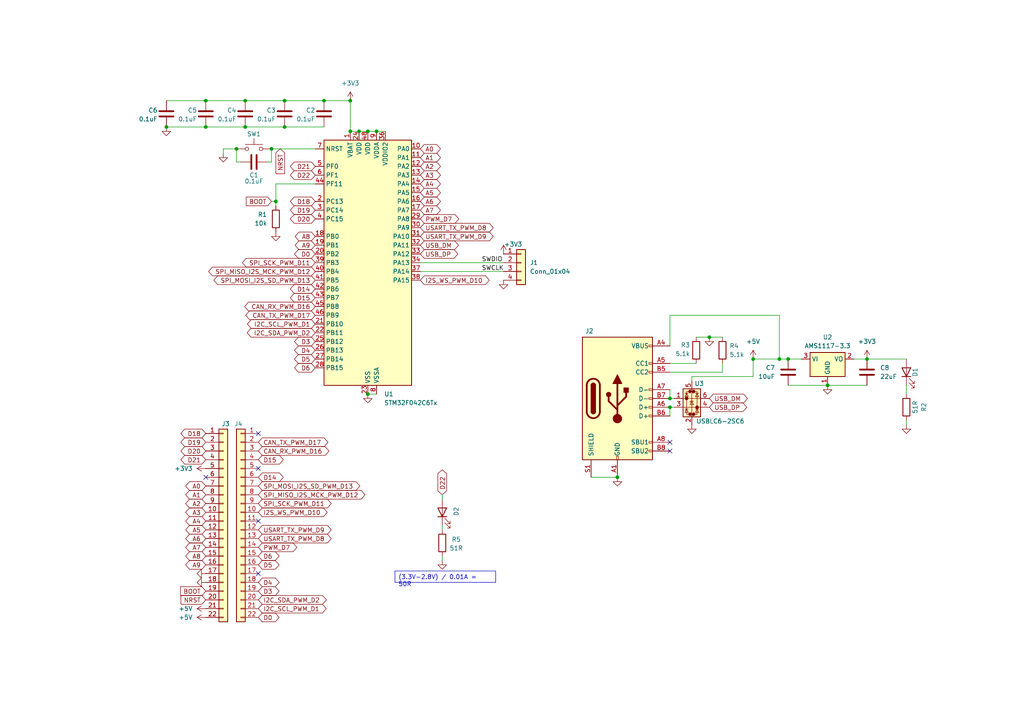
<source format=kicad_sch>
(kicad_sch (version 20231120) (generator "eeschema") (generator_version "8.0")
  (paper "A4")
  (title_block (title "Hackpill") (date "2024-08-14") (rev "1.0.0"))
  (lib_symbols
    (symbol "Connector:USB_C_Receptacle_USB2.0_16P" (pin_names (offset 1.016))
      (property "Reference" "J" (at 0 22.225 0))
      (property "Value" "USB_C_Receptacle_USB2.0_16P" (at 0 19.685 0))
      (symbol "USB_C_Receptacle_USB2.0_16P_0_0"
        (rectangle (start -0.254 -17.78) (end 0.254 -16.764))
        (rectangle (start 10.16 -14.986) (end 9.144 -15.494))
        (rectangle (start 10.16 -12.446) (end 9.144 -12.954))
        (rectangle (start 10.16 -4.826) (end 9.144 -5.334))
        (rectangle (start 10.16 -2.286) (end 9.144 -2.794))
        (rectangle (start 10.16 0.254) (end 9.144 -0.254))
        (rectangle (start 10.16 2.794) (end 9.144 2.286))
        (rectangle (start 10.16 7.874) (end 9.144 7.366))
        (rectangle (start 10.16 10.414) (end 9.144 9.906))
        (rectangle (start 10.16 15.494) (end 9.144 14.986))
      )
      (symbol "USB_C_Receptacle_USB2.0_16P_0_1"
        (rectangle (start -10.16 17.78) (end 10.16 -17.78) (stroke (width 0.254)) (fill (type background)))
        (arc (start -8.89 -3.81) (mid -6.985 -5.7067) (end -5.08 -3.81) (stroke (width 0.508)))
        (arc (start -7.62 -3.81) (mid -6.985 -4.4423) (end -6.35 -3.81) (stroke (width 0.254)))
        (arc (start -7.62 -3.81) (mid -6.985 -4.4423) (end -6.35 -3.81) (stroke (width 0.254)) (fill (type outline)))
        (rectangle (start -7.62 -3.81) (end -6.35 3.81) (stroke (width 0.254)) (fill (type outline)))
        (arc (start -6.35 3.81) (mid -6.985 4.4423) (end -7.62 3.81) (stroke (width 0.254)))
        (arc (start -6.35 3.81) (mid -6.985 4.4423) (end -7.62 3.81) (stroke (width 0.254)) (fill (type outline)))
        (arc (start -5.08 3.81) (mid -6.985 5.7067) (end -8.89 3.81) (stroke (width 0.508)))
        (circle (center -2.54 1.143) (radius 0.635) (stroke (width 0.254)) (fill (type outline)))
        (circle (center 0 -5.842) (radius 1.27) (fill (type outline)))
        (polyline (pts (xy -8.89 -3.81) (xy -8.89 3.81)) (stroke (width 0.508)))
        (polyline (pts (xy -5.08 3.81) (xy -5.08 -3.81)) (stroke (width 0.508)))
        (polyline (pts (xy 0 -5.842) (xy 0 4.318)) (stroke (width 0.508)))
        (polyline (pts (xy 0 -3.302) (xy -2.54 -0.762) (xy -2.54 0.508)) (stroke (width 0.508)))
        (polyline (pts (xy 0 -2.032) (xy 2.54 0.508) (xy 2.54 1.778)) (stroke (width 0.508)))
        (polyline (pts (xy -1.27 4.318) (xy 0 6.858) (xy 1.27 4.318) (xy -1.27 4.318)) (stroke (width 0.254)) (fill (type outline)))
        (rectangle (start 1.905 1.778) (end 3.175 3.048) (stroke (width 0.254)) (fill (type outline)))
      )
      (symbol "USB_C_Receptacle_USB2.0_16P_1_1"
        (pin passive line (at 0 -22.86 90) (length 5.08) (name "GND") (number "A1"))
        (pin passive line (at 0 -22.86 90) (length 5.08) hide (name "GND") (number "A12"))
        (pin passive line (at 15.24 15.24 180) (length 5.08) (name "VBUS") (number "A4"))
        (pin bidirectional line (at 15.24 10.16 180) (length 5.08) (name "CC1") (number "A5"))
        (pin bidirectional line (at 15.24 -2.54 180) (length 5.08) (name "D+") (number "A6"))
        (pin bidirectional line (at 15.24 2.54 180) (length 5.08) (name "D-") (number "A7"))
        (pin bidirectional line (at 15.24 -12.7 180) (length 5.08) (name "SBU1") (number "A8"))
        (pin passive line (at 15.24 15.24 180) (length 5.08) hide (name "VBUS") (number "A9"))
        (pin passive line (at 0 -22.86 90) (length 5.08) hide (name "GND") (number "B1"))
        (pin passive line (at 0 -22.86 90) (length 5.08) hide (name "GND") (number "B12"))
        (pin passive line (at 15.24 15.24 180) (length 5.08) hide (name "VBUS") (number "B4"))
        (pin bidirectional line (at 15.24 7.62 180) (length 5.08) (name "CC2") (number "B5"))
        (pin bidirectional line (at 15.24 -5.08 180) (length 5.08) (name "D+") (number "B6"))
        (pin bidirectional line (at 15.24 0 180) (length 5.08) (name "D-") (number "B7"))
        (pin bidirectional line (at 15.24 -15.24 180) (length 5.08) (name "SBU2") (number "B8"))
        (pin passive line (at 15.24 15.24 180) (length 5.08) hide (name "VBUS") (number "B9"))
        (pin passive line (at -7.62 -22.86 90) (length 5.08) (name "SHIELD") (number "S1"))
      )
    )
    (symbol "Connector_Generic:Conn_01x04" (pin_names (offset 1.016) hide)
      (property "Reference" "J" (at 0 5.08 0))
      (property "Value" "Conn_01x04" (at 0 -7.62 0))
      (symbol "Conn_01x04_1_1"
        (rectangle (start -1.27 -4.953) (end 0 -5.207) (stroke (width 0.1524)))
        (rectangle (start -1.27 -2.413) (end 0 -2.667) (stroke (width 0.1524)))
        (rectangle (start -1.27 0.127) (end 0 -0.127) (stroke (width 0.1524)))
        (rectangle (start -1.27 2.667) (end 0 2.413) (stroke (width 0.1524)))
        (rectangle (start -1.27 3.81) (end 1.27 -6.35) (stroke (width 0.254)) (fill (type background)))
        (pin passive line (at -5.08 2.54 0) (length 3.81) (name "Pin_1") (number "1"))
        (pin passive line (at -5.08 0 0) (length 3.81) (name "Pin_2") (number "2"))
        (pin passive line (at -5.08 -2.54 0) (length 3.81) (name "Pin_3") (number "3"))
        (pin passive line (at -5.08 -5.08 0) (length 3.81) (name "Pin_4") (number "4"))
      )
    )
    (symbol "Connector_Generic:Conn_01x22" (pin_names (offset 1.016) hide)
      (property "Reference" "J" (at 0 27.94 0))
      (property "Value" "Conn_01x22" (at 0 -30.48 0))
      (symbol "Conn_01x22_1_1"
        (rectangle (start -1.27 -27.813) (end 0 -28.067) (stroke (width 0.1524)))
        (rectangle (start -1.27 -25.273) (end 0 -25.527) (stroke (width 0.1524)))
        (rectangle (start -1.27 -22.733) (end 0 -22.987) (stroke (width 0.1524)))
        (rectangle (start -1.27 -20.193) (end 0 -20.447) (stroke (width 0.1524)))
        (rectangle (start -1.27 -17.653) (end 0 -17.907) (stroke (width 0.1524)))
        (rectangle (start -1.27 -15.113) (end 0 -15.367) (stroke (width 0.1524)))
        (rectangle (start -1.27 -12.573) (end 0 -12.827) (stroke (width 0.1524)))
        (rectangle (start -1.27 -10.033) (end 0 -10.287) (stroke (width 0.1524)))
        (rectangle (start -1.27 -7.493) (end 0 -7.747) (stroke (width 0.1524)))
        (rectangle (start -1.27 -4.953) (end 0 -5.207) (stroke (width 0.1524)))
        (rectangle (start -1.27 -2.413) (end 0 -2.667) (stroke (width 0.1524)))
        (rectangle (start -1.27 0.127) (end 0 -0.127) (stroke (width 0.1524)))
        (rectangle (start -1.27 2.667) (end 0 2.413) (stroke (width 0.1524)))
        (rectangle (start -1.27 5.207) (end 0 4.953) (stroke (width 0.1524)))
        (rectangle (start -1.27 7.747) (end 0 7.493) (stroke (width 0.1524)))
        (rectangle (start -1.27 10.287) (end 0 10.033) (stroke (width 0.1524)))
        (rectangle (start -1.27 12.827) (end 0 12.573) (stroke (width 0.1524)))
        (rectangle (start -1.27 15.367) (end 0 15.113) (stroke (width 0.1524)))
        (rectangle (start -1.27 17.907) (end 0 17.653) (stroke (width 0.1524)))
        (rectangle (start -1.27 20.447) (end 0 20.193) (stroke (width 0.1524)))
        (rectangle (start -1.27 22.987) (end 0 22.733) (stroke (width 0.1524)))
        (rectangle (start -1.27 25.527) (end 0 25.273) (stroke (width 0.1524)))
        (rectangle (start -1.27 26.67) (end 1.27 -29.21) (stroke (width 0.254)) (fill (type background)))
        (pin passive line (at -5.08 25.4 0) (length 3.81) (name "Pin_1") (number "1"))
        (pin passive line (at -5.08 2.54 0) (length 3.81) (name "Pin_10") (number "10"))
        (pin passive line (at -5.08 0 0) (length 3.81) (name "Pin_11") (number "11"))
        (pin passive line (at -5.08 -2.54 0) (length 3.81) (name "Pin_12") (number "12"))
        (pin passive line (at -5.08 -5.08 0) (length 3.81) (name "Pin_13") (number "13"))
        (pin passive line (at -5.08 -7.62 0) (length 3.81) (name "Pin_14") (number "14"))
        (pin passive line (at -5.08 -10.16 0) (length 3.81) (name "Pin_15") (number "15"))
        (pin passive line (at -5.08 -12.7 0) (length 3.81) (name "Pin_16") (number "16"))
        (pin passive line (at -5.08 -15.24 0) (length 3.81) (name "Pin_17") (number "17"))
        (pin passive line (at -5.08 -17.78 0) (length 3.81) (name "Pin_18") (number "18"))
        (pin passive line (at -5.08 -20.32 0) (length 3.81) (name "Pin_19") (number "19"))
        (pin passive line (at -5.08 22.86 0) (length 3.81) (name "Pin_2") (number "2"))
        (pin passive line (at -5.08 -22.86 0) (length 3.81) (name "Pin_20") (number "20"))
        (pin passive line (at -5.08 -25.4 0) (length 3.81) (name "Pin_21") (number "21"))
        (pin passive line (at -5.08 -27.94 0) (length 3.81) (name "Pin_22") (number "22"))
        (pin passive line (at -5.08 20.32 0) (length 3.81) (name "Pin_3") (number "3"))
        (pin passive line (at -5.08 17.78 0) (length 3.81) (name "Pin_4") (number "4"))
        (pin passive line (at -5.08 15.24 0) (length 3.81) (name "Pin_5") (number "5"))
        (pin passive line (at -5.08 12.7 0) (length 3.81) (name "Pin_6") (number "6"))
        (pin passive line (at -5.08 10.16 0) (length 3.81) (name "Pin_7") (number "7"))
        (pin passive line (at -5.08 7.62 0) (length 3.81) (name "Pin_8") (number "8"))
        (pin passive line (at -5.08 5.08 0) (length 3.81) (name "Pin_9") (number "9"))
      )
    )
    (symbol "Device:C" (pin_numbers hide) (pin_names (offset 0.254))
      (property "Reference" "C" (at 0.635 2.54 0))
      (property "Value" "C" (at 0.635 -2.54 0))
      (symbol "C_0_1"
        (polyline (pts (xy -2.032 -0.762) (xy 2.032 -0.762)) (stroke (width 0.508)))
        (polyline (pts (xy -2.032 0.762) (xy 2.032 0.762)) (stroke (width 0.508)))
      )
      (symbol "C_1_1"
        (pin passive line (at 0 3.81 270) (length 2.794) (name "~") (number "1"))
        (pin passive line (at 0 -3.81 90) (length 2.794) (name "~") (number "2"))
      )
    )
    (symbol "Device:LED" (pin_numbers hide) (pin_names (offset 1.016) hide)
      (property "Reference" "D" (at 0 2.54 0))
      (property "Value" "LED" (at 0 -2.54 0))
      (symbol "LED_0_1"
        (polyline (pts (xy -1.27 -1.27) (xy -1.27 1.27)) (stroke (width 0.254)))
        (polyline (pts (xy -1.27 0) (xy 1.27 0)))
        (polyline (pts (xy 1.27 -1.27) (xy 1.27 1.27) (xy -1.27 0) (xy 1.27 -1.27)) (stroke (width 0.254)))
        (polyline (pts (xy -3.048 -0.762) (xy -4.572 -2.286) (xy -3.81 -2.286) (xy -4.572 -2.286) (xy -4.572 -1.524)))
        (polyline (pts (xy -1.778 -0.762) (xy -3.302 -2.286) (xy -2.54 -2.286) (xy -3.302 -2.286) (xy -3.302 -1.524)))
      )
      (symbol "LED_1_1"
        (pin passive line (at -3.81 0 0) (length 2.54) (name "K") (number "1"))
        (pin passive line (at 3.81 0 180) (length 2.54) (name "A") (number "2"))
      )
    )
    (symbol "Device:R" (pin_numbers hide) (pin_names (offset 0))
      (property "Reference" "R" (at 2.032 0 90))
      (property "Value" "R" (at 0 0 90))
      (symbol "R_0_1"
        (rectangle (start -1.016 -2.54) (end 1.016 2.54) (stroke (width 0.254)))
      )
      (symbol "R_1_1"
        (pin passive line (at 0 3.81 270) (length 1.27) (name "~") (number "1"))
        (pin passive line (at 0 -3.81 90) (length 1.27) (name "~") (number "2"))
      )
    )
    (symbol "MCU_ST_STM32F0:STM32F042C6Tx"
      (property "Reference" "U" (at -12.7 36.83 0))
      (property "Value" "STM32F042C6Tx" (at 7.62 36.83 0))
      (symbol "STM32F042C6Tx_0_1"
        (rectangle (start -12.7 -35.56) (end 12.7 35.56) (stroke (width 0.254)) (fill (type background)))
      )
      (symbol "STM32F042C6Tx_1_1"
        (pin power_in line (at -5.08 38.1 270) (length 2.54) (name "VBAT") (number "1"))
        (pin bidirectional line (at 15.24 33.02 180) (length 2.54) (name "PA0") (number "10"))
        (pin bidirectional line (at 15.24 30.48 180) (length 2.54) (name "PA1") (number "11"))
        (pin bidirectional line (at 15.24 27.94 180) (length 2.54) (name "PA2") (number "12"))
        (pin bidirectional line (at 15.24 25.4 180) (length 2.54) (name "PA3") (number "13"))
        (pin bidirectional line (at 15.24 22.86 180) (length 2.54) (name "PA4") (number "14"))
        (pin bidirectional line (at 15.24 20.32 180) (length 2.54) (name "PA5") (number "15"))
        (pin bidirectional line (at 15.24 17.78 180) (length 2.54) (name "PA6") (number "16"))
        (pin bidirectional line (at 15.24 15.24 180) (length 2.54) (name "PA7") (number "17"))
        (pin bidirectional line (at -15.24 7.62 0) (length 2.54) (name "PB0") (number "18"))
        (pin bidirectional line (at -15.24 5.08 0) (length 2.54) (name "PB1") (number "19"))
        (pin bidirectional line (at -15.24 17.78 0) (length 2.54) (name "PC13") (number "2"))
        (pin bidirectional line (at -15.24 2.54 0) (length 2.54) (name "PB2") (number "20"))
        (pin bidirectional line (at -15.24 -17.78 0) (length 2.54) (name "PB10") (number "21"))
        (pin bidirectional line (at -15.24 -20.32 0) (length 2.54) (name "PB11") (number "22"))
        (pin power_in line (at 0 -38.1 90) (length 2.54) (name "VSS") (number "23"))
        (pin power_in line (at -2.54 38.1 270) (length 2.54) (name "VDD") (number "24"))
        (pin bidirectional line (at -15.24 -22.86 0) (length 2.54) (name "PB12") (number "25"))
        (pin bidirectional line (at -15.24 -25.4 0) (length 2.54) (name "PB13") (number "26"))
        (pin bidirectional line (at -15.24 -27.94 0) (length 2.54) (name "PB14") (number "27"))
        (pin bidirectional line (at -15.24 -30.48 0) (length 2.54) (name "PB15") (number "28"))
        (pin bidirectional line (at 15.24 12.7 180) (length 2.54) (name "PA8") (number "29"))
        (pin bidirectional line (at -15.24 15.24 0) (length 2.54) (name "PC14") (number "3"))
        (pin bidirectional line (at 15.24 10.16 180) (length 2.54) (name "PA9") (number "30"))
        (pin bidirectional line (at 15.24 7.62 180) (length 2.54) (name "PA10") (number "31"))
        (pin bidirectional line (at 15.24 5.08 180) (length 2.54) (name "PA11") (number "32"))
        (pin bidirectional line (at 15.24 2.54 180) (length 2.54) (name "PA12") (number "33"))
        (pin bidirectional line (at 15.24 0 180) (length 2.54) (name "PA13") (number "34"))
        (pin passive line (at 0 -38.1 90) (length 2.54) hide (name "VSS") (number "35"))
        (pin power_in line (at 5.08 38.1 270) (length 2.54) (name "VDDIO2") (number "36"))
        (pin bidirectional line (at 15.24 -2.54 180) (length 2.54) (name "PA14") (number "37"))
        (pin bidirectional line (at 15.24 -5.08 180) (length 2.54) (name "PA15") (number "38"))
        (pin bidirectional line (at -15.24 0 0) (length 2.54) (name "PB3") (number "39"))
        (pin bidirectional line (at -15.24 12.7 0) (length 2.54) (name "PC15") (number "4"))
        (pin bidirectional line (at -15.24 -2.54 0) (length 2.54) (name "PB4") (number "40"))
        (pin bidirectional line (at -15.24 -5.08 0) (length 2.54) (name "PB5") (number "41"))
        (pin bidirectional line (at -15.24 -7.62 0) (length 2.54) (name "PB6") (number "42"))
        (pin bidirectional line (at -15.24 -10.16 0) (length 2.54) (name "PB7") (number "43"))
        (pin bidirectional line (at -15.24 22.86 0) (length 2.54) (name "PF11") (number "44"))
        (pin bidirectional line (at -15.24 -12.7 0) (length 2.54) (name "PB8") (number "45"))
        (pin bidirectional line (at -15.24 -15.24 0) (length 2.54) (name "PB9") (number "46"))
        (pin passive line (at 0 -38.1 90) (length 2.54) hide (name "VSS") (number "47"))
        (pin power_in line (at 0 38.1 270) (length 2.54) (name "VDD") (number "48"))
        (pin bidirectional line (at -15.24 27.94 0) (length 2.54) (name "PF0") (number "5"))
        (pin bidirectional line (at -15.24 25.4 0) (length 2.54) (name "PF1") (number "6"))
        (pin input line (at -15.24 33.02 0) (length 2.54) (name "NRST") (number "7"))
        (pin power_in line (at 2.54 -38.1 90) (length 2.54) (name "VSSA") (number "8"))
        (pin power_in line (at 2.54 38.1 270) (length 2.54) (name "VDDA") (number "9"))
      )
    )
    (symbol "Power_Protection:USBLC6-2SC6" (pin_names hide)
      (property "Reference" "U" (at 0.635 5.715 0))
      (property "Value" "USBLC6-2SC6" (at 0.635 3.81 0))
      (symbol "USBLC6-2SC6_0_0"
        (circle (center -1.524 0) (radius 0.0001) (stroke (width 0.508)))
        (circle (center -0.508 -4.572) (radius 0.0001) (stroke (width 0.508)))
        (circle (center -0.508 2.032) (radius 0.0001) (stroke (width 0.508)))
        (circle (center 0.508 -4.572) (radius 0.0001) (stroke (width 0.508)))
        (circle (center 0.508 2.032) (radius 0.0001) (stroke (width 0.508)))
        (circle (center 1.524 -2.54) (radius 0.0001) (stroke (width 0.508)))
      )
      (symbol "USBLC6-2SC6_0_1"
        (polyline (pts (xy -2.54 -2.54) (xy 2.54 -2.54)))
        (polyline (pts (xy -2.54 0) (xy 2.54 0)))
        (polyline (pts (xy -2.032 -3.048) (xy -1.016 -3.048)))
        (polyline (pts (xy -1.016 1.524) (xy -2.032 1.524)))
        (polyline (pts (xy 1.016 -3.048) (xy 2.032 -3.048)))
        (polyline (pts (xy 1.016 1.524) (xy 2.032 1.524)))
        (polyline (pts (xy -0.508 -1.143) (xy -0.508 -0.762) (xy 0.508 -0.762)))
        (polyline (pts (xy -2.032 0.508) (xy -1.016 0.508) (xy -1.524 1.524) (xy -2.032 0.508)))
        (polyline (pts (xy -1.016 -4.064) (xy -2.032 -4.064) (xy -1.524 -3.048) (xy -1.016 -4.064)))
        (polyline (pts (xy 0.508 -1.778) (xy -0.508 -1.778) (xy 0 -0.762) (xy 0.508 -1.778)))
        (polyline (pts (xy 2.032 -4.064) (xy 1.016 -4.064) (xy 1.524 -3.048) (xy 2.032 -4.064)))
        (polyline (pts (xy 2.032 0.508) (xy 1.016 0.508) (xy 1.524 1.524) (xy 2.032 0.508)))
        (polyline (pts (xy 0 2.54) (xy -0.508 2.032) (xy 0.508 2.032) (xy 0 1.524) (xy 0 -4.064) (xy -0.508 -4.572) (xy 0.508 -4.572) (xy 0 -5.08)))
      )
      (symbol "USBLC6-2SC6_1_1"
        (rectangle (start -2.54 2.794) (end 2.54 -5.334) (stroke (width 0.254)) (fill (type background)))
        (polyline (pts (xy -0.508 2.032) (xy -1.524 2.032) (xy -1.524 -4.572) (xy -0.508 -4.572)))
        (polyline (pts (xy 0.508 -4.572) (xy 1.524 -4.572) (xy 1.524 2.032) (xy 0.508 2.032)))
        (pin passive line (at -5.08 0 0) (length 2.54) (name "I/O1") (number "1"))
        (pin passive line (at 0 -7.62 90) (length 2.54) (name "GND") (number "2"))
        (pin passive line (at -5.08 -2.54 0) (length 2.54) (name "I/O2") (number "3"))
        (pin passive line (at 5.08 -2.54 180) (length 2.54) (name "I/O2") (number "4"))
        (pin passive line (at 0 5.08 270) (length 2.54) (name "VBUS") (number "5"))
        (pin passive line (at 5.08 0 180) (length 2.54) (name "I/O1") (number "6"))
      )
    )
    (symbol "Regulator_Linear:AMS1117-3.3"
      (property "Reference" "U" (at -3.81 3.175 0))
      (property "Value" "AMS1117-3.3" (at 0 3.175 0))
      (symbol "AMS1117-3.3_0_1"
        (rectangle (start -5.08 -5.08) (end 5.08 1.905) (stroke (width 0.254)) (fill (type background)))
      )
      (symbol "AMS1117-3.3_1_1"
        (pin power_in line (at 0 -7.62 90) (length 2.54) (name "GND") (number "1"))
        (pin power_out line (at 7.62 0 180) (length 2.54) (name "VO") (number "2"))
        (pin power_in line (at -7.62 0 0) (length 2.54) (name "VI") (number "3"))
      )
    )
    (symbol "Switch:SW_Push" (pin_numbers hide) (pin_names (offset 1.016) hide)
      (property "Reference" "SW" (at 1.27 2.54 0))
      (property "Value" "SW_Push" (at 0 -1.524 0))
      (symbol "SW_Push_0_1"
        (circle (center -2.032 0) (radius 0.508))
        (polyline (pts (xy 0 1.27) (xy 0 3.048)))
        (polyline (pts (xy 2.54 1.27) (xy -2.54 1.27)))
        (circle (center 2.032 0) (radius 0.508))
        (pin passive line (at -5.08 0 0) (length 2.54) (name "1") (number "1"))
        (pin passive line (at 5.08 0 180) (length 2.54) (name "2") (number "2"))
      )
    )
    (symbol "power:+3V3" (power) (pin_numbers hide) (pin_names (offset 0) hide)
      (property "Value" "+3V3" (at 0 3.556 0))
      (symbol "+3V3_0_1"
        (polyline (pts (xy -0.762 1.27) (xy 0 2.54)))
        (polyline (pts (xy 0 0) (xy 0 2.54)))
        (polyline (pts (xy 0 2.54) (xy 0.762 1.27)))
      )
      (symbol "+3V3_1_1"
        (pin power_in line (at 0 0 90) (length 0) (name "~") (number "1"))
      )
    )
    (symbol "power:+5V" (power) (pin_numbers hide) (pin_names (offset 0) hide)
      (property "Value" "+5V" (at 0 3.556 0))
      (symbol "+5V_0_1"
        (polyline (pts (xy -0.762 1.27) (xy 0 2.54)))
        (polyline (pts (xy 0 0) (xy 0 2.54)))
        (polyline (pts (xy 0 2.54) (xy 0.762 1.27)))
      )
      (symbol "+5V_1_1"
        (pin power_in line (at 0 0 90) (length 0) (name "~") (number "1"))
      )
    )
    (symbol "power:GND" (power) (pin_numbers hide) (pin_names (offset 0) hide)
      (property "Value" "GND" (at 0 -3.81 0))
      (symbol "GND_0_1"
        (polyline (pts (xy 0 0) (xy 0 -1.27) (xy 1.27 -1.27) (xy 0 -2.54) (xy -1.27 -1.27) (xy 0 -1.27)))
      )
      (symbol "GND_1_1"
        (pin power_in line (at 0 0 270) (length 0) (name "~") (number "1"))
      )
    )
  )
  (junction (at 179.07 138.43))
  (junction (at 109.22 38.1))
  (junction (at 205.74 97.79))
  (junction (at 80.01 58.42))
  (junction (at 226.06 104.14))
  (junction (at 251.46 104.14))
  (junction (at 104.14 38.1))
  (junction (at 48.26 36.83))
  (junction (at 59.69 29.21))
  (junction (at 101.6 38.1))
  (junction (at 93.98 29.21))
  (junction (at 106.68 114.3))
  (junction (at 218.44 104.14))
  (junction (at 194.31 118.11))
  (junction (at 78.74 43.18))
  (junction (at 240.03 111.76))
  (junction (at 71.12 36.83))
  (junction (at 228.6 104.14))
  (junction (at 59.69 36.83))
  (junction (at 82.55 29.21))
  (junction (at 101.6 29.21))
  (junction (at 82.55 36.83))
  (junction (at 68.58 43.18))
  (junction (at 71.12 29.21))
  (junction (at 194.31 115.57))
  (junction (at 106.68 38.1))
  (no_connect (at 74.93 166.37))
  (no_connect (at 74.93 125.73))
  (no_connect (at 59.69 138.43))
  (no_connect (at 194.31 130.81))
  (no_connect (at 74.93 151.13))
  (no_connect (at 74.93 135.89))
  (no_connect (at 194.31 128.27))
  (wire (pts (xy 68.58 43.18) (xy 68.58 46.99)))
  (wire (pts (xy 80.01 53.34) (xy 80.01 58.42)))
  (wire (pts (xy 80.01 58.42) (xy 80.01 59.69)))
  (wire (pts (xy 209.55 107.95) (xy 194.31 107.95)))
  (wire (pts (xy 128.27 152.4) (xy 128.27 153.67)))
  (wire (pts (xy 59.69 36.83) (xy 48.26 36.83)))
  (wire (pts (xy 194.31 115.57) (xy 194.31 113.03)))
  (wire (pts (xy 205.74 97.79) (xy 209.55 97.79)))
  (wire (pts (xy 226.06 104.14) (xy 228.6 104.14)))
  (wire (pts (xy 171.45 138.43) (xy 179.07 138.43)))
  (wire (pts (xy 101.6 29.21) (xy 93.98 29.21)))
  (wire (pts (xy 218.44 109.22) (xy 218.44 104.14)))
  (wire (pts (xy 121.92 76.2) (xy 146.05 76.2)))
  (wire (pts (xy 64.77 43.18) (xy 64.77 44.45)))
  (wire (pts (xy 82.55 36.83) (xy 71.12 36.83)))
  (wire (pts (xy 228.6 104.14) (xy 232.41 104.14)))
  (wire (pts (xy 128.27 143.51) (xy 128.27 144.78)))
  (wire (pts (xy 218.44 104.14) (xy 226.06 104.14)))
  (wire (pts (xy 71.12 36.83) (xy 59.69 36.83)))
  (wire (pts (xy 262.89 121.92) (xy 262.89 123.19)))
  (wire (pts (xy 109.22 38.1) (xy 111.76 38.1)))
  (wire (pts (xy 194.31 100.33) (xy 194.31 91.44)))
  (wire (pts (xy 71.12 29.21) (xy 59.69 29.21)))
  (wire (pts (xy 200.66 109.22) (xy 200.66 110.49)))
  (wire (pts (xy 121.92 78.74) (xy 146.05 78.74)))
  (wire (pts (xy 78.74 43.18) (xy 78.74 46.99)))
  (wire (pts (xy 240.03 111.76) (xy 228.6 111.76)))
  (wire (pts (xy 68.58 43.18) (xy 64.77 43.18)))
  (wire (pts (xy 251.46 104.14) (xy 262.89 104.14)))
  (wire (pts (xy 80.01 53.34) (xy 91.44 53.34)))
  (wire (pts (xy 195.58 115.57) (xy 194.31 115.57)))
  (wire (pts (xy 128.27 161.29) (xy 128.27 162.56)))
  (wire (pts (xy 251.46 111.76) (xy 240.03 111.76)))
  (wire (pts (xy 194.31 91.44) (xy 226.06 91.44)))
  (wire (pts (xy 93.98 29.21) (xy 82.55 29.21)))
  (wire (pts (xy 194.31 105.41) (xy 201.93 105.41)))
  (wire (pts (xy 77.47 46.99) (xy 78.74 46.99)))
  (wire (pts (xy 82.55 29.21) (xy 71.12 29.21)))
  (wire (pts (xy 226.06 91.44) (xy 226.06 104.14)))
  (wire (pts (xy 106.68 38.1) (xy 109.22 38.1)))
  (wire (pts (xy 247.65 104.14) (xy 251.46 104.14)))
  (wire (pts (xy 106.68 114.3) (xy 109.22 114.3)))
  (wire (pts (xy 59.69 29.21) (xy 48.26 29.21)))
  (wire (pts (xy 101.6 38.1) (xy 101.6 29.21)))
  (wire (pts (xy 209.55 105.41) (xy 209.55 107.95)))
  (wire (pts (xy 78.74 43.18) (xy 91.44 43.18)))
  (wire (pts (xy 201.93 97.79) (xy 205.74 97.79)))
  (wire (pts (xy 262.89 111.76) (xy 262.89 114.3)))
  (wire (pts (xy 69.85 46.99) (xy 68.58 46.99)))
  (wire (pts (xy 82.55 36.83) (xy 93.98 36.83)))
  (wire (pts (xy 104.14 38.1) (xy 106.68 38.1)))
  (wire (pts (xy 194.31 120.65) (xy 194.31 118.11)))
  (wire (pts (xy 194.31 118.11) (xy 195.58 118.11)))
  (wire (pts (xy 101.6 38.1) (xy 104.14 38.1)))
  (wire (pts (xy 78.74 58.42) (xy 80.01 58.42)))
  (wire (pts (xy 200.66 109.22) (xy 218.44 109.22)))
  (text_box "(3.3V-2.8V) / 0.01A = 50R" (at 114.554 165.608 0) (size 29.21 3.302) (effects (font (size 1.27 1.27)) (justify left top)))
  (label "SWDIO" (at 139.7 76.2 0))
  (label "SWCLK" (at 139.7 78.74 0))
  (global_label "SPI_MISO_I2S_MCK_PWM_D12" (shape bidirectional) (at 91.44 78.74 180) (property "Intersheetrefs" "${INTERSHEET_REFS}" (effects (hide yes))))
  (global_label "A4" (shape bidirectional) (at 59.69 151.13 180) (property "Intersheetrefs" "${INTERSHEET_REFS}" (effects (hide yes))))
  (global_label "BOOT" (shape input) (at 78.74 58.42 180) (property "Intersheetrefs" "${INTERSHEET_REFS}" (effects (hide yes))))
  (global_label "I2C_SCL_PWM_D1" (shape bidirectional) (at 91.44 93.98 180) (property "Intersheetrefs" "${INTERSHEET_REFS}" (effects (hide yes))))
  (global_label "USB_DP" (shape bidirectional) (at 121.92 73.66 0) (property "Intersheetrefs" "${INTERSHEET_REFS}" (effects (hide yes))))
  (global_label "D20" (shape bidirectional) (at 59.69 130.81 180) (property "Intersheetrefs" "${INTERSHEET_REFS}" (effects (hide yes))))
  (global_label "USART_TX_PWM_D9" (shape bidirectional) (at 74.93 153.67 0) (property "Intersheetrefs" "${INTERSHEET_REFS}" (effects (hide yes))))
  (global_label "A1" (shape bidirectional) (at 121.92 45.72 0) (property "Intersheetrefs" "${INTERSHEET_REFS}" (effects (hide yes))))
  (global_label "D3" (shape bidirectional) (at 91.44 99.06 180) (property "Intersheetrefs" "${INTERSHEET_REFS}" (effects (hide yes))))
  (global_label "SPI_MISO_I2S_MCK_PWM_D12" (shape bidirectional) (at 74.93 143.51 0) (property "Intersheetrefs" "${INTERSHEET_REFS}" (effects (hide yes))))
  (global_label "PWM_D7" (shape bidirectional) (at 74.93 158.75 0) (property "Intersheetrefs" "${INTERSHEET_REFS}" (effects (hide yes))))
  (global_label "D5" (shape bidirectional) (at 91.44 104.14 180) (property "Intersheetrefs" "${INTERSHEET_REFS}" (effects (hide yes))))
  (global_label "A8" (shape bidirectional) (at 59.69 161.29 180) (property "Intersheetrefs" "${INTERSHEET_REFS}" (effects (hide yes))))
  (global_label "USB_DP" (shape bidirectional) (at 205.74 118.11 0) (property "Intersheetrefs" "${INTERSHEET_REFS}" (effects (hide yes))))
  (global_label "D15" (shape bidirectional) (at 74.93 133.35 0) (property "Intersheetrefs" "${INTERSHEET_REFS}" (effects (hide yes))))
  (global_label "I2C_SDA_PWM_D2" (shape bidirectional) (at 91.44 96.52 180) (property "Intersheetrefs" "${INTERSHEET_REFS}" (effects (hide yes))))
  (global_label "D14" (shape bidirectional) (at 91.44 83.82 180) (property "Intersheetrefs" "${INTERSHEET_REFS}" (effects (hide yes))))
  (global_label "A6" (shape bidirectional) (at 59.69 156.21 180) (property "Intersheetrefs" "${INTERSHEET_REFS}" (effects (hide yes))))
  (global_label "A3" (shape bidirectional) (at 121.92 50.8 0) (property "Intersheetrefs" "${INTERSHEET_REFS}" (effects (hide yes))))
  (global_label "A5" (shape bidirectional) (at 59.69 153.67 180) (property "Intersheetrefs" "${INTERSHEET_REFS}" (effects (hide yes))))
  (global_label "D4" (shape bidirectional) (at 74.93 168.91 0) (property "Intersheetrefs" "${INTERSHEET_REFS}" (effects (hide yes))))
  (global_label "D6" (shape bidirectional) (at 91.44 106.68 180) (property "Intersheetrefs" "${INTERSHEET_REFS}" (effects (hide yes))))
  (global_label "D3" (shape bidirectional) (at 74.93 171.45 0) (property "Intersheetrefs" "${INTERSHEET_REFS}" (effects (hide yes))))
  (global_label "I2C_SCL_PWM_D1" (shape bidirectional) (at 74.93 176.53 0) (property "Intersheetrefs" "${INTERSHEET_REFS}" (effects (hide yes))))
  (global_label "D19" (shape bidirectional) (at 91.44 60.96 180) (property "Intersheetrefs" "${INTERSHEET_REFS}" (effects (hide yes))))
  (global_label "NRST" (shape input) (at 59.69 173.99 180) (property "Intersheetrefs" "${INTERSHEET_REFS}" (effects (hide yes))))
  (global_label "D5" (shape bidirectional) (at 74.93 163.83 0) (property "Intersheetrefs" "${INTERSHEET_REFS}" (effects (hide yes))))
  (global_label "A3" (shape bidirectional) (at 59.69 148.59 180) (property "Intersheetrefs" "${INTERSHEET_REFS}" (effects (hide yes))))
  (global_label "A1" (shape bidirectional) (at 59.69 143.51 180) (property "Intersheetrefs" "${INTERSHEET_REFS}" (effects (hide yes))))
  (global_label "D22" (shape bidirectional) (at 91.44 50.8 180) (property "Intersheetrefs" "${INTERSHEET_REFS}" (effects (hide yes))))
  (global_label "PWM_D7" (shape bidirectional) (at 121.92 63.5 0) (property "Intersheetrefs" "${INTERSHEET_REFS}" (effects (hide yes))))
  (global_label "A7" (shape bidirectional) (at 121.92 60.96 0) (property "Intersheetrefs" "${INTERSHEET_REFS}" (effects (hide yes))))
  (global_label "A9" (shape bidirectional) (at 59.69 163.83 180) (property "Intersheetrefs" "${INTERSHEET_REFS}" (effects (hide yes))))
  (global_label "CAN_TX_PWM_D17" (shape bidirectional) (at 74.93 128.27 0) (property "Intersheetrefs" "${INTERSHEET_REFS}" (effects (hide yes))))
  (global_label "D4" (shape bidirectional) (at 91.44 101.6 180) (property "Intersheetrefs" "${INTERSHEET_REFS}" (effects (hide yes))))
  (global_label "D18" (shape bidirectional) (at 59.69 125.73 180) (property "Intersheetrefs" "${INTERSHEET_REFS}" (effects (hide yes))))
  (global_label "I2S_WS_PWM_D10" (shape bidirectional) (at 74.93 148.59 0) (property "Intersheetrefs" "${INTERSHEET_REFS}" (effects (hide yes))))
  (global_label "D21" (shape bidirectional) (at 59.69 133.35 180) (property "Intersheetrefs" "${INTERSHEET_REFS}" (effects (hide yes))))
  (global_label "D0" (shape bidirectional) (at 74.93 179.07 0) (property "Intersheetrefs" "${INTERSHEET_REFS}" (effects (hide yes))))
  (global_label "SPI_SCK_PWM_D11" (shape bidirectional) (at 74.93 146.05 0) (property "Intersheetrefs" "${INTERSHEET_REFS}" (effects (hide yes))))
  (global_label "USB_DM" (shape bidirectional) (at 205.74 115.57 0) (property "Intersheetrefs" "${INTERSHEET_REFS}" (effects (hide yes))))
  (global_label "NRST" (shape input) (at 81.28 43.18 270) (property "Intersheetrefs" "${INTERSHEET_REFS}" (effects (hide yes))))
  (global_label "SPI_MOSI_I2S_SD_PWM_D13" (shape bidirectional) (at 91.44 81.28 180) (property "Intersheetrefs" "${INTERSHEET_REFS}" (effects (hide yes))))
  (global_label "USART_TX_PWM_D9" (shape bidirectional) (at 121.92 68.58 0) (property "Intersheetrefs" "${INTERSHEET_REFS}" (effects (hide yes))))
  (global_label "D6" (shape bidirectional) (at 74.93 161.29 0) (property "Intersheetrefs" "${INTERSHEET_REFS}" (effects (hide yes))))
  (global_label "D19" (shape bidirectional) (at 59.69 128.27 180) (property "Intersheetrefs" "${INTERSHEET_REFS}" (effects (hide yes))))
  (global_label "A7" (shape bidirectional) (at 59.69 158.75 180) (property "Intersheetrefs" "${INTERSHEET_REFS}" (effects (hide yes))))
  (global_label "SPI_MOSI_I2S_SD_PWM_D13" (shape bidirectional) (at 74.93 140.97 0) (property "Intersheetrefs" "${INTERSHEET_REFS}" (effects (hide yes))))
  (global_label "CAN_RX_PWM_D16" (shape bidirectional) (at 91.44 88.9 180) (property "Intersheetrefs" "${INTERSHEET_REFS}" (effects (hide yes))))
  (global_label "A0" (shape bidirectional) (at 59.69 140.97 180) (property "Intersheetrefs" "${INTERSHEET_REFS}" (effects (hide yes))))
  (global_label "D21" (shape bidirectional) (at 91.44 48.26 180) (property "Intersheetrefs" "${INTERSHEET_REFS}" (effects (hide yes))))
  (global_label "D20" (shape bidirectional) (at 91.44 63.5 180) (property "Intersheetrefs" "${INTERSHEET_REFS}" (effects (hide yes))))
  (global_label "USART_TX_PWM_D8" (shape bidirectional) (at 121.92 66.04 0) (property "Intersheetrefs" "${INTERSHEET_REFS}" (effects (hide yes))))
  (global_label "D14" (shape bidirectional) (at 74.93 138.43 0) (property "Intersheetrefs" "${INTERSHEET_REFS}" (effects (hide yes))))
  (global_label "D22" (shape bidirectional) (at 128.27 143.51 90) (property "Intersheetrefs" "${INTERSHEET_REFS}" (effects (hide yes))))
  (global_label "A4" (shape bidirectional) (at 121.92 53.34 0) (property "Intersheetrefs" "${INTERSHEET_REFS}" (effects (hide yes))))
  (global_label "A0" (shape bidirectional) (at 121.92 43.18 0) (property "Intersheetrefs" "${INTERSHEET_REFS}" (effects (hide yes))))
  (global_label "USB_DM" (shape bidirectional) (at 121.92 71.12 0) (property "Intersheetrefs" "${INTERSHEET_REFS}" (effects (hide yes))))
  (global_label "D0" (shape bidirectional) (at 91.44 73.66 180) (property "Intersheetrefs" "${INTERSHEET_REFS}" (effects (hide yes))))
  (global_label "A8" (shape bidirectional) (at 91.44 68.58 180) (property "Intersheetrefs" "${INTERSHEET_REFS}" (effects (hide yes))))
  (global_label "I2S_WS_PWM_D10" (shape bidirectional) (at 121.92 81.28 0) (property "Intersheetrefs" "${INTERSHEET_REFS}" (effects (hide yes))))
  (global_label "A6" (shape bidirectional) (at 121.92 58.42 0) (property "Intersheetrefs" "${INTERSHEET_REFS}" (effects (hide yes))))
  (global_label "D15" (shape bidirectional) (at 91.44 86.36 180) (property "Intersheetrefs" "${INTERSHEET_REFS}" (effects (hide yes))))
  (global_label "A5" (shape bidirectional) (at 121.92 55.88 0) (property "Intersheetrefs" "${INTERSHEET_REFS}" (effects (hide yes))))
  (global_label "A9" (shape bidirectional) (at 91.44 71.12 180) (property "Intersheetrefs" "${INTERSHEET_REFS}" (effects (hide yes))))
  (global_label "BOOT" (shape input) (at 59.69 171.45 180) (property "Intersheetrefs" "${INTERSHEET_REFS}" (effects (hide yes))))
  (global_label "A2" (shape bidirectional) (at 121.92 48.26 0) (property "Intersheetrefs" "${INTERSHEET_REFS}" (effects (hide yes))))
  (global_label "D18" (shape bidirectional) (at 91.44 58.42 180) (property "Intersheetrefs" "${INTERSHEET_REFS}" (effects (hide yes))))
  (global_label "USART_TX_PWM_D8" (shape bidirectional) (at 74.93 156.21 0) (property "Intersheetrefs" "${INTERSHEET_REFS}" (effects (hide yes))))
  (global_label "SPI_SCK_PWM_D11" (shape bidirectional) (at 91.44 76.2 180) (property "Intersheetrefs" "${INTERSHEET_REFS}" (effects (hide yes))))
  (global_label "I2C_SDA_PWM_D2" (shape bidirectional) (at 74.93 173.99 0) (property "Intersheetrefs" "${INTERSHEET_REFS}" (effects (hide yes))))
  (global_label "CAN_RX_PWM_D16" (shape bidirectional) (at 74.93 130.81 0) (property "Intersheetrefs" "${INTERSHEET_REFS}" (effects (hide yes))))
  (global_label "A2" (shape bidirectional) (at 59.69 146.05 180) (property "Intersheetrefs" "${INTERSHEET_REFS}" (effects (hide yes))))
  (global_label "CAN_TX_PWM_D17" (shape bidirectional) (at 91.44 91.44 180) (property "Intersheetrefs" "${INTERSHEET_REFS}" (effects (hide yes))))
  (symbol (lib_id "power:GND") (at 59.69 168.91 270) (mirror x) (unit 1)
    (property "Reference" "#PWR022" (effects (hide yes)))
    (property "Value" "GND" (effects (hide yes)))
    (property "Description" "Power symbol creates a global label with name \"GND\" , ground" (effects (hide yes)))
  )
  (symbol (lib_id "Device:C") (at 82.55 33.02 0) (mirror y) (unit 1)
    (property "Reference" "C3" (at 80.01 32.004 0) (effects (justify left)))
    (property "Value" "0.1uF" (at 80.01 34.544 0) (effects (justify left)))
    (property "Footprint" "Capacitor_SMD:C_0603_1608Metric" (effects (hide yes)))
    (property "Description" "Unpolarized capacitor" (effects (hide yes)))
  )
  (symbol (lib_id "power:GND") (at 179.07 138.43 0) (unit 1)
    (property "Reference" "#PWR013" (effects (hide yes)))
    (property "Value" "GND" (effects (hide yes)))
    (property "Description" "Power symbol creates a global label with name \"GND\" , ground" (effects (hide yes)))
  )
  (symbol (lib_id "MCU_ST_STM32F0:STM32F042C6Tx") (at 106.68 76.2 0) (unit 1)
    (property "Reference" "U1" (at 111.4141 114.3 0) (effects (justify left)))
    (property "Value" "STM32F042C6Tx" (at 111.4141 116.84 0) (effects (justify left)))
    (property "Footprint" "Package_QFP:LQFP-48_7x7mm_P0.5mm" (effects (hide yes)))
    (property "Datasheet" "https://www.st.com/resource/en/datasheet/stm32f042c6.pdf" (effects (hide yes)))
    (property "Description" "STMicroelectronics Arm Cortex-M0 MCU, 32KB flash, 6KB RAM, 48 MHz, 2.0-3.6V, 38 GPIO, LQFP48" (effects (hide yes)))
    (property "LCSC" "C88447" (effects (hide yes)))
  )
  (symbol (lib_id "power:GND") (at 48.26 36.83 0) (mirror y) (unit 1)
    (property "Reference" "#PWR05" (effects (hide yes)))
    (property "Value" "GND" (effects (hide yes)))
    (property "Description" "Power symbol creates a global label with name \"GND\" , ground" (effects (hide yes)))
  )
  (symbol (lib_id "Device:C") (at 228.6 107.95 0) (mirror y) (unit 1)
    (property "Reference" "C7" (at 224.79 106.68 0) (effects (justify left)))
    (property "Value" "10uF" (at 224.79 109.22 0) (effects (justify left)))
    (property "Footprint" "Capacitor_SMD:C_0603_1608Metric" (effects (hide yes)))
    (property "Description" "Unpolarized capacitor" (effects (hide yes)))
  )
  (symbol (lib_id "Regulator_Linear:AMS1117-3.3") (at 240.03 104.14 0) (unit 1)
    (property "Reference" "U2" (at 240.03 97.79 0))
    (property "Value" "AMS1117-3.3" (at 240.03 100.33 0))
    (property "Footprint" "Package_TO_SOT_SMD:SOT-223-3_TabPin2" (effects (hide yes)))
    (property "Datasheet" "http://www.advanced-monolithic.com/pdf/ds1117.pdf" (effects (hide yes)))
    (property "Description" "1A Low Dropout regulator, positive, 3.3V fixed output, SOT-223" (effects (hide yes)))
    (property "LCSC" "C6186" (effects (hide yes)))
  )
  (symbol (lib_id "Device:LED") (at 128.27 148.59 90) (unit 1)
    (property "Reference" "D2" (at 132.334 148.336 0))
    (property "Value" "LED" (effects (hide yes)))
    (property "Footprint" "LED_SMD:LED_0805_2012Metric" (effects (hide yes)))
    (property "Description" "Light emitting diode" (effects (hide yes)))
    (property "LCSC" "C2297" (effects (hide yes)))
  )
  (symbol (lib_id "Device:LED") (at 262.89 107.95 90) (unit 1)
    (property "Reference" "D1" (at 265.43 107.95 0))
    (property "Value" "LED" (effects (hide yes)))
    (property "Footprint" "LED_SMD:LED_0805_2012Metric" (effects (hide yes)))
    (property "Description" "Light emitting diode" (effects (hide yes)))
    (property "LCSC" "C2297" (effects (hide yes)))
  )
  (symbol (lib_id "power:GND") (at 205.74 97.79 0) (unit 1)
    (property "Reference" "#PWR014" (effects (hide yes)))
    (property "Value" "GND" (effects (hide yes)))
    (property "Description" "Power symbol creates a global label with name \"GND\" , ground" (effects (hide yes)))
  )
  (symbol (lib_id "power:GND") (at 64.77 44.45 0) (unit 1)
    (property "Reference" "#PWR03" (effects (hide yes)))
    (property "Value" "GND" (effects (hide yes)))
    (property "Description" "Power symbol creates a global label with name \"GND\" , ground" (effects (hide yes)))
  )
  (symbol (lib_id "power:GND") (at 128.27 162.56 0) (unit 1)
    (property "Reference" "#PWR024" (effects (hide yes)))
    (property "Value" "GND" (effects (hide yes)))
    (property "Description" "Power symbol creates a global label with name \"GND\" , ground" (effects (hide yes)))
  )
  (symbol (lib_id "Device:C") (at 251.46 107.95 0) (mirror y) (unit 1)
    (property "Reference" "C8" (at 255.27 106.6799 0) (effects (justify right)))
    (property "Value" "22uF" (at 255.27 109.2199 0) (effects (justify right)))
    (property "Footprint" "Capacitor_SMD:C_0603_1608Metric" (effects (hide yes)))
    (property "Description" "Unpolarized capacitor" (effects (hide yes)))
  )
  (symbol (lib_id "power:GND") (at 200.66 123.19 0) (unit 1)
    (property "Reference" "#PWR015" (effects (hide yes)))
    (property "Value" "GND" (effects (hide yes)))
    (property "Description" "Power symbol creates a global label with name \"GND\" , ground" (effects (hide yes)))
  )
  (symbol (lib_id "Device:R") (at 209.55 101.6 0) (mirror y) (unit 1)
    (property "Reference" "R4" (at 211.582 100.33 0) (effects (justify right)))
    (property "Value" "5.1k" (at 211.582 102.87 0) (effects (justify right)))
    (property "Footprint" "Resistor_SMD:R_0603_1608Metric" (effects (hide yes)))
    (property "Description" "Resistor" (effects (hide yes)))
  )
  (symbol (lib_id "Device:C") (at 48.26 33.02 0) (mirror y) (unit 1)
    (property "Reference" "C6" (at 45.72 32.004 0) (effects (justify left)))
    (property "Value" "0.1uF" (at 45.72 34.544 0) (effects (justify left)))
    (property "Footprint" "Capacitor_SMD:C_0603_1608Metric" (effects (hide yes)))
    (property "Description" "Unpolarized capacitor" (effects (hide yes)))
  )
  (symbol (lib_id "Device:C") (at 59.69 33.02 0) (mirror y) (unit 1)
    (property "Reference" "C5" (at 57.15 32.004 0) (effects (justify left)))
    (property "Value" "0.1uF" (at 57.15 34.544 0) (effects (justify left)))
    (property "Footprint" "Capacitor_SMD:C_0603_1608Metric" (effects (hide yes)))
    (property "Description" "Unpolarized capacitor" (effects (hide yes)))
  )
  (symbol (lib_id "Connector:USB_C_Receptacle_USB2.0_16P") (at 179.07 115.57 0) (unit 1)
    (property "Reference" "J2" (at 170.942 96.012 0))
    (property "Value" "USB_C_Receptacle_USB2.0_16P" (effects (hide yes)))
    (property "Footprint" "Connector_USB:USB_C_Receptacle_Hanbo_16P_TopMnt_Horizontal" (effects (hide yes)))
    (property "Datasheet" "https://www.usb.org/sites/default/files/documents/usb_type-c.zip" (effects (hide yes)))
    (property "Description" "USB 2.0-only 16P Type-C Receptacle connector" (effects (hide yes)))
    (property "LCSC" "C6332269" (effects (hide yes)))
  )
  (symbol (lib_id "Switch:SW_Push") (at 73.66 43.18 0) (unit 1)
    (property "Reference" "SW1" (at 73.66 38.862 0))
    (property "Value" "SW_Push" (effects (hide yes)))
    (property "Footprint" "Button_Switch_SMD:SW_Push_1P1T_XKB_TS-1187A" (effects (hide yes)))
    (property "Description" "Push button switch, generic, two pins" (effects (hide yes)))
    (property "LCSC" "C318884" (effects (hide yes)))
  )
  (symbol (lib_id "power:+5V") (at 59.69 179.07 90) (unit 1)
    (property "Reference" "#PWR021" (effects (hide yes)))
    (property "Value" "+5V" (at 55.88 179.0699 90) (effects (justify left)))
    (property "Description" "Power symbol creates a global label with name \"+5V\"" (effects (hide yes)))
  )
  (symbol (lib_id "power:GND") (at 59.69 166.37 270) (mirror x) (unit 1)
    (property "Reference" "#PWR020" (effects (hide yes)))
    (property "Value" "GND" (effects (hide yes)))
    (property "Description" "Power symbol creates a global label with name \"GND\" , ground" (effects (hide yes)))
  )
  (symbol (lib_id "power:+3V3") (at 146.05 73.66 0) (mirror y) (unit 1)
    (property "Reference" "#PWR06" (effects (hide yes)))
    (property "Value" "+3V3" (at 148.844 70.866 0))
    (property "Description" "Power symbol creates a global label with name \"+3V3\"" (effects (hide yes)))
  )
  (symbol (lib_id "Connector_Generic:Conn_01x04") (at 151.13 76.2 0) (unit 1)
    (property "Reference" "J1" (at 153.67 76.1999 0) (effects (justify left)))
    (property "Value" "Conn_01x04" (at 153.67 78.7399 0) (effects (justify left)))
    (property "Footprint" "Connector_PinHeader_2.54mm:PinHeader_1x04_P2.54mm_Vertical" (effects (hide yes)))
    (property "Description" "Generic connector, single row, 01x04, script generated (kicad-library-utils/schlib/autogen/connector/)" (effects (hide yes)))
  )
  (symbol (lib_id "Power_Protection:USBLC6-2SC6") (at 200.66 115.57 0) (unit 1)
    (property "Reference" "U3" (at 201.422 111.252 0) (effects (justify left)))
    (property "Value" "USBLC6-2SC6" (at 201.93 122.174 0) (effects (justify left)))
    (property "Footprint" "Package_TO_SOT_SMD:SOT-23-6" (effects (hide yes)))
    (property "Datasheet" "https://www.st.com/resource/en/datasheet/usblc6-2.pdf" (effects (hide yes)))
    (property "Description" "Very low capacitance ESD protection diode, 2 data-line, SOT-23-6" (effects (hide yes)))
    (property "LCSC" "C2827654" (effects (hide yes)))
  )
  (symbol (lib_id "power:GND") (at 240.03 111.76 0) (unit 1)
    (property "Reference" "#PWR08" (effects (hide yes)))
    (property "Value" "GND" (effects (hide yes)))
    (property "Description" "Power symbol creates a global label with name \"GND\" , ground" (effects (hide yes)))
  )
  (symbol (lib_id "power:GND") (at 106.68 114.3 0) (unit 1)
    (property "Reference" "#PWR02" (effects (hide yes)))
    (property "Value" "GND" (effects (hide yes)))
    (property "Description" "Power symbol creates a global label with name \"GND\" , ground" (effects (hide yes)))
  )
  (symbol (lib_id "Device:C") (at 93.98 33.02 0) (mirror y) (unit 1)
    (property "Reference" "C2" (at 91.44 32.004 0) (effects (justify left)))
    (property "Value" "0.1uF" (at 91.44 34.544 0) (effects (justify left)))
    (property "Footprint" "Capacitor_SMD:C_0603_1608Metric" (effects (hide yes)))
    (property "Description" "Unpolarized capacitor" (effects (hide yes)))
  )
  (symbol (lib_id "power:+3V3") (at 251.46 104.14 0) (mirror y) (unit 1)
    (property "Reference" "#PWR09" (effects (hide yes)))
    (property "Value" "+3V3" (at 251.46 99.06 0))
    (property "Description" "Power symbol creates a global label with name \"+3V3\"" (effects (hide yes)))
  )
  (symbol (lib_id "power:+5V") (at 59.69 176.53 90) (mirror x) (unit 1)
    (property "Reference" "#PWR018" (effects (hide yes)))
    (property "Value" "+5V" (at 55.88 176.5301 90) (effects (justify left)))
    (property "Description" "Power symbol creates a global label with name \"+5V\"" (effects (hide yes)))
  )
  (symbol (lib_id "power:+5V") (at 218.44 104.14 0) (unit 1)
    (property "Reference" "#PWR011" (effects (hide yes)))
    (property "Value" "+5V" (at 218.44 99.06 0))
    (property "Description" "Power symbol creates a global label with name \"+5V\"" (effects (hide yes)))
  )
  (symbol (lib_id "Device:C") (at 71.12 33.02 0) (mirror y) (unit 1)
    (property "Reference" "C4" (at 68.58 32.004 0) (effects (justify left)))
    (property "Value" "0.1uF" (at 68.58 34.544 0) (effects (justify left)))
    (property "Footprint" "Capacitor_SMD:C_0603_1608Metric" (effects (hide yes)))
    (property "Description" "Unpolarized capacitor" (effects (hide yes)))
  )
  (symbol (lib_id "Device:R") (at 80.01 63.5 0) (mirror x) (unit 1)
    (property "Reference" "R1" (at 77.47 62.2299 0) (effects (justify right)))
    (property "Value" "10k" (at 77.47 64.7699 0) (effects (justify right)))
    (property "Footprint" "Resistor_SMD:R_0603_1608Metric" (effects (hide yes)))
    (property "Description" "Resistor" (effects (hide yes)))
  )
  (symbol (lib_id "Connector_Generic:Conn_01x22") (at 69.85 151.13 0) (mirror y) (unit 1)
    (property "Reference" "J4" (at 70.358 122.936 0) (effects (justify left)))
    (property "Value" "Conn_01x22" (effects (hide yes)))
    (property "Footprint" "Connector_PinSocket_2.54mm:PinSocket_1x22_P2.54mm_Vertical" (effects (hide yes)))
    (property "Description" "Generic connector, single row, 01x22, script generated (kicad-library-utils/schlib/autogen/connector/)" (effects (hide yes)))
  )
  (symbol (lib_id "power:GND") (at 146.05 81.28 0) (unit 1)
    (property "Reference" "#PWR01" (effects (hide yes)))
    (property "Value" "GND" (effects (hide yes)))
    (property "Description" "Power symbol creates a global label with name \"GND\" , ground" (effects (hide yes)))
  )
  (symbol (lib_id "Device:R") (at 128.27 157.48 0) (unit 1)
    (property "Reference" "R5" (at 132.334 156.464 0))
    (property "Value" "51R" (at 132.334 159.004 0))
    (property "Footprint" "Resistor_SMD:R_0603_1608Metric" (effects (hide yes)))
    (property "Description" "Resistor" (effects (hide yes)))
  )
  (symbol (lib_id "power:GND") (at 80.01 67.31 0) (unit 1)
    (property "Reference" "#PWR07" (effects (hide yes)))
    (property "Value" "GND" (effects (hide yes)))
    (property "Description" "Power symbol creates a global label with name \"GND\" , ground" (effects (hide yes)))
  )
  (symbol (lib_id "Device:R") (at 201.93 101.6 0) (mirror y) (unit 1)
    (property "Reference" "R3" (at 200.152 100.076 0) (effects (justify left)))
    (property "Value" "5.1k" (at 200.152 102.616 0) (effects (justify left)))
    (property "Footprint" "Resistor_SMD:R_0603_1608Metric" (effects (hide yes)))
    (property "Description" "Resistor" (effects (hide yes)))
  )
  (symbol (lib_id "power:+3V3") (at 59.69 135.89 90) (mirror x) (unit 1)
    (property "Reference" "#PWR019" (effects (hide yes)))
    (property "Value" "+3V3" (at 55.88 135.8899 90) (effects (justify left)))
    (property "Description" "Power symbol creates a global label with name \"+3V3\"" (effects (hide yes)))
  )
  (symbol (lib_id "power:+3V3") (at 101.6 29.21 0) (mirror y) (unit 1)
    (property "Reference" "#PWR04" (effects (hide yes)))
    (property "Value" "+3V3" (at 101.6 24.13 0))
    (property "Description" "Power symbol creates a global label with name \"+3V3\"" (effects (hide yes)))
  )
  (symbol (lib_id "Connector_Generic:Conn_01x22") (at 64.77 151.13 0) (unit 1)
    (property "Reference" "J3" (at 64.262 122.936 0) (effects (justify left)))
    (property "Value" "Conn_01x22" (effects (hide yes)))
    (property "Footprint" "Connector_PinSocket_2.54mm:PinSocket_1x22_P2.54mm_Vertical" (effects (hide yes)))
    (property "Description" "Generic connector, single row, 01x22, script generated (kicad-library-utils/schlib/autogen/connector/)" (effects (hide yes)))
  )
  (symbol (lib_id "Device:R") (at 262.89 118.11 0) (unit 1)
    (property "Reference" "R2" (at 267.97 118.11 90))
    (property "Value" "51R" (at 265.43 118.11 90))
    (property "Footprint" "Resistor_SMD:R_0603_1608Metric" (effects (hide yes)))
    (property "Description" "Resistor" (effects (hide yes)))
  )
  (symbol (lib_id "Device:C") (at 73.66 46.99 90) (unit 1)
    (property "Reference" "C1" (at 73.66 50.8 90))
    (property "Value" "0.1uF" (at 73.66 52.578 90))
    (property "Footprint" "Capacitor_SMD:C_0603_1608Metric" (effects (hide yes)))
    (property "Description" "Unpolarized capacitor" (effects (hide yes)))
  )
  (symbol (lib_id "power:GND") (at 262.89 123.19 0) (unit 1)
    (property "Reference" "#PWR010" (effects (hide yes)))
    (property "Value" "GND" (effects (hide yes)))
    (property "Description" "Power symbol creates a global label with name \"GND\" , ground" (effects (hide yes)))
  )
)
</source>
